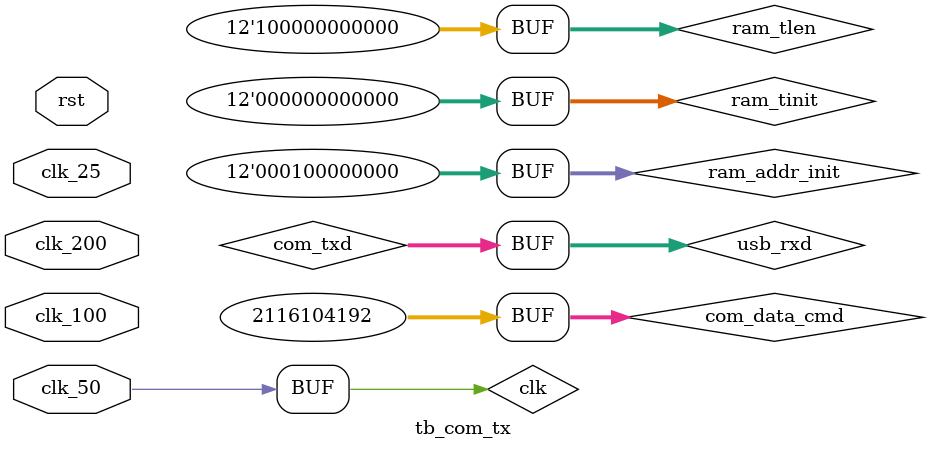
<source format=v>
module tb_com_tx(
    input clk_25,
    input clk_50,
    input clk_100, 
    input clk_200,
    input rst
);

    wire clk;

    localparam BAG_INIT = 4'b0000; 
    localparam BAG_ACK = 4'b0001, BAG_NAK = 4'b0010, BAG_STL = 4'b0011;
    localparam BAG_DLINK = 4'b1000, BAG_DTYPE = 4'b1001, BAG_DTEMP = 4'b1010;
    localparam BAG_DATA0 = 4'b1101, BAG_DATA1 = 4'b1110;

    reg [7:0] state, next_state;
    localparam IDLE = 8'h00, WAIT = 8'h02, RAM_TX = 8'h03;
    localparam COM_IDLE = 8'h10;
    localparam ACK_IDLE = 8'h20, ACK_WORK = 8'h21, ACK_DONE = 8'h22;
    localparam ACK_WAIT = 8'h23, ACK_READ = 8'h24;
    localparam NAK_IDLE = 8'h30, NAK_WORK = 8'h31, NAK_DONE = 8'h32;
    localparam NAK_WAIT = 8'h33, NAK_READ = 8'h34;
    localparam STL_IDLE = 8'h40, STL_WORK = 8'h41, STL_DONE = 8'h42;
    localparam STL_WAIT = 8'h43, STL_READ = 8'h44;
    localparam DLINK_IDLE = 8'h50, DLINK_WORK = 8'h51, DLINK_DONE = 8'h52;
    localparam DLINK_WAIT = 8'h53, DLINK_READ = 8'h54;
    localparam DTYPE_IDLE = 8'h60, DTYPE_WORK = 8'h61, DTYPE_DONE = 8'h62;
    localparam DTYPE_WAIT = 8'h63, DTYPE_READ = 8'h64;
    localparam DTEMP_IDLE = 8'h70, DTEMP_WORK = 8'h71, DTEMP_DONE = 8'h72;
    localparam DTEMP_WAIT = 8'h73, DTEMP_READ = 8'h74;
    localparam DATA0_IDLE = 8'h80, DATA0_WORK = 8'h81, DATA0_DONE = 8'h82;
    localparam DATA0_WAIT = 8'h83, DATA0_READ = 8'h84;
    localparam DATA1_IDLE = 8'h90, DATA1_WORK = 8'h91, DATA1_DONE = 8'h92;
    localparam DATA1_WAIT = 8'h93, DATA1_READ = 8'h94;

    wire fs_com_tx, fd_com_tx;
    wire fs_usb_rx, fd_usb_rx;
    wire fs_init, fd_init;
    wire fs_type, fd_type;
    wire fs_conf, fd_conf;
    wire fs_conv, fd_conv;
    wire fs_tran, fd_tran;

    reg [3:0] tx_btype;
    wire [11:0] ram_tinit, ram_tlen;
    reg [11:0] ram_rinit, ram_rlen;

    wire [7:0] ram_rxd, ram_txd;
    wire [11:0] ram_rxa, ram_txa;
    wire ram_txen;
    wire [11:0] ram_addr_init;
    wire [7:0] com_txd;
    wire [31:0] com_data_cmd;
    wire [31:0] com_data_stat;

    reg [11:0] ram_dlen; // 

    wire [7:0] usb_rxd;
    wire [3:0] usb_rx_btype;
    wire [31:0] usb_data_stat;
    wire [7:0] usb_ram_txd;
    wire [11:0] usb_ram_txa;
    wire usb_ram_txen;

    wire [7:0] fifo_rxen;
    wire [63:0] fifo_rxd;

    assign clk = clk_50;
    assign fs_tran = (state[3:0] == ACK_WORK[3:0]);
    assign fs_com_tx = (state[3:0] == ACK_WORK[3:0]);
    assign fd_usb_rx = (state[3:0] == ACK_READ[3:0]);
    assign fs_type = (state == DTYPE_IDLE);
    assign fs_conf = (state == DTEMP_IDLE);
    assign fs_conv = (state == DATA0_IDLE) || (state == DATA1_IDLE);

    assign ram_addr_init = 12'h100;

    assign ram_tinit = 12'h000;
    assign ram_tlen = 12'h800;
    assign usb_rxd = com_txd;
    assign com_data_cmd = 32'h7E213000;

    always@(posedge clk or posedge rst) begin
        if(rst) state <= IDLE;
        else state <= next_state;
    end
    
    always@(*) begin
        case(state)
            IDLE: next_state <= WAIT;
            WAIT: next_state <= COM_IDLE;

            COM_IDLE: next_state <= ACK_IDLE;

            ACK_IDLE: next_state <= ACK_WORK;
            ACK_WORK: begin
                if(fd_com_tx) next_state <= ACK_WAIT;
                else next_state <= ACK_WORK;
            end
            ACK_WAIT: begin
                if(fs_usb_rx) next_state <= ACK_READ;
                else next_state <= ACK_WAIT;
            end
            ACK_READ: begin
                if(~fs_usb_rx) next_state <= ACK_DONE;
                else next_state <= ACK_READ;
            end
            ACK_DONE: next_state <= NAK_IDLE;

            NAK_IDLE: next_state <= NAK_WORK;
            NAK_WORK: begin
                if(fd_com_tx) next_state <= NAK_WAIT;
                else next_state <= NAK_WORK;
            end
            NAK_WAIT: begin
                if(fs_usb_rx) next_state <= NAK_READ;
                else next_state <= NAK_WAIT;
            end
            NAK_READ: begin
                if(~fs_usb_rx) next_state <= NAK_DONE;
                else next_state <= NAK_READ;
            end
            NAK_DONE: next_state <= STL_IDLE;

            STL_IDLE: next_state <= STL_WORK;
            STL_WORK: begin
                if(fd_com_tx) next_state <= STL_WAIT;
                else next_state <= STL_WORK;
            end
            STL_WAIT: begin
                if(fs_usb_rx) next_state <= STL_READ;
                else next_state <= STL_WAIT;
            end
            STL_READ: begin
                if(~fs_usb_rx) next_state <= STL_DONE;
                else next_state <= STL_READ;
            end
            STL_DONE: next_state <= DLINK_IDLE;

            DLINK_IDLE: next_state <= DLINK_WORK;
            DLINK_WORK: begin
                if(fd_com_tx) next_state <= DLINK_WAIT;
                else next_state <= DLINK_WORK;
            end
            DLINK_WAIT: begin
                if(fs_usb_rx) next_state <= DLINK_READ;
                else next_state <= DLINK_WAIT;
            end
            DLINK_READ: begin
                if(~fs_usb_rx) next_state <= DLINK_DONE;
                else next_state <= DLINK_READ;
            end
            DLINK_DONE: next_state <= DTYPE_IDLE;

            DTYPE_IDLE: begin
                if(fd_type) next_state <= DTYPE_WORK;
                else next_state <= DTYPE_IDLE;
            end
            DTYPE_WORK: begin
                if(fd_com_tx) next_state <= DTYPE_WAIT;
                else next_state <= DTYPE_WORK;
            end
            DTYPE_WAIT: begin
                if(fs_usb_rx) next_state <= DTYPE_READ;
                else next_state <= DTYPE_WAIT;
            end
            DTYPE_READ: begin
                if(~fs_usb_rx) next_state <= DTYPE_DONE;
                else next_state <= DTYPE_READ;
            end
            DTYPE_DONE: next_state <= DTEMP_IDLE;

            DTEMP_IDLE: begin
                if(fd_conf) next_state <= DTEMP_WORK;
                else next_state <= DTEMP_IDLE;
            end
            DTEMP_WORK: begin
                if(fd_com_tx) next_state <= DTEMP_WAIT;
                else next_state <= DTEMP_WORK;
            end
            DTEMP_WAIT: begin
                if(fs_usb_rx) next_state <= DTEMP_READ;
                else next_state <= DTEMP_WAIT;
            end
            DTEMP_READ: begin
                if(~fs_usb_rx) next_state <= DTEMP_DONE;
                else next_state <= DTEMP_READ;
            end
            DTEMP_DONE: next_state <= DATA0_IDLE;

            DATA0_IDLE: begin
                if(fd_conv) next_state <= DATA0_WORK;
                else next_state <= DATA0_IDLE;
            end
            DATA0_WORK: begin
                if(fd_com_tx && fd_tran) next_state <= DATA0_WAIT;
                else next_state <= DATA0_WORK;
            end
            DATA0_WAIT: begin
                if(fs_usb_rx) next_state <= DATA0_READ;
                else next_state <= DATA0_WAIT;
            end
            DATA0_READ: begin
                if(~fs_usb_rx) next_state <= DATA0_DONE;
                else next_state <= DATA0_READ;
            end
            DATA0_DONE: next_state <= DATA1_IDLE;

            DATA1_IDLE: begin
                if(fd_conv) next_state <= DATA1_WORK;
                else next_state <= DATA1_IDLE;
            end
            DATA1_WORK: begin
                if(fd_com_tx && fd_tran) next_state <= DATA1_WAIT;
                else next_state <= DATA1_WORK;
            end
            DATA1_WAIT: begin
                if(fs_usb_rx) next_state <= DATA1_READ;
                else next_state <= DATA1_WAIT;
            end
            DATA1_READ: begin
                if(~fs_usb_rx) next_state <= DATA1_DONE;
                else next_state <= DATA1_READ;
            end
            DATA1_DONE: next_state <= COM_IDLE;
            
            default: next_state <= IDLE;
        endcase
    end

    always@(posedge clk or posedge rst) begin
        if(rst) ram_rinit <= 12'h000;
        else if(state == IDLE) ram_rinit <= 12'h000;
        else if(state == WAIT) ram_rinit <= 12'h000;
        else if(state == COM_IDLE) ram_rinit <= 12'h10;
        else ram_rinit <= ram_rinit;
    end

    always@(posedge clk or posedge rst) begin
        if(rst) ram_rlen <= 12'h000;
        else if(state == IDLE) ram_rlen <= 12'h000;
        else if(state == WAIT) ram_rlen <= 12'h000;
        else if(state == DLINK_IDLE) ram_rlen <= 12'h02;
        else if(state == DTYPE_IDLE) ram_rlen <= 12'h02;
        else if(state == DTEMP_IDLE) ram_rlen <= 12'h02;
        else if(state == DATA0_IDLE) ram_rlen <= 12'h200;
        else if(state == DATA1_IDLE) ram_rlen <= 12'h200;
        else ram_rlen <= ram_rlen;
    end

    always@(posedge clk or posedge rst) begin
        if(rst) tx_btype <= BAG_INIT;
        else if(state == IDLE) tx_btype <= BAG_INIT;
        else if(state == WAIT) tx_btype <= BAG_INIT;
        else if(state == ACK_IDLE) tx_btype <= BAG_ACK;
        else if(state == NAK_IDLE) tx_btype <= BAG_NAK;
        else if(state == STL_IDLE) tx_btype <= BAG_STL;
        else if(state == DLINK_IDLE) tx_btype <= BAG_DLINK;
        else if(state == DTYPE_IDLE) tx_btype <= BAG_DTYPE;
        else if(state == DTEMP_IDLE) tx_btype <= BAG_DTEMP;
        else if(state == DATA0_IDLE) tx_btype <= BAG_DATA0;
        else if(state == DATA1_IDLE) tx_btype <= BAG_DATA1;
        else tx_btype <= tx_btype;
    end

    always@(posedge clk or posedge rst) begin
        if(rst) ram_dlen <= 12'h000;
        else if(state == IDLE) ram_dlen <= 12'h000;
        else if(state == WAIT) ram_dlen <= 12'h000;
        else if(state == DLINK_IDLE) ram_dlen <= 12'h002;
        else if(state == DTYPE_IDLE) ram_dlen <= 12'h002;
        else if(state == DTEMP_IDLE) ram_dlen <= 12'h002;
        else if(state == DATA0_IDLE) ram_dlen <= 12'h202;
        else if(state == DATA1_IDLE) ram_dlen <= 12'h202;
        else ram_dlen <= ram_dlen;
    end


    usb_rx
    usb_rx_dut(
        .clk(clk_50),
        .rst(rst),

        .fs(fs_usb_rx),
        .fd(fd_usb_rx),

        .usb_rxd(usb_rxd),
        .btype(usb_rx_btype),
        .data_stat(usb_data_stat),

        .ram_txa_init(12'h100),

        .ram_txa(usb_ram_txa),
        .ram_txd(usb_ram_txd),
        .ram_txen(usb_ram_txen)
    );


    com_tx
    com_tx_dut(
        .clk(clk_50),
        .rst(rst),

        .fs(fs_com_tx),
        .fd(fd_com_tx),

        .com_txd(com_txd),
        .ram_init(ram_addr_init),
        .ram_rlen(ram_dlen),

        .btype(tx_btype),

        .ram_rxa(ram_rxa),
        .ram_rxd(ram_rxd)
    );
    

    adc_test
    adc_test_dut(
        .clk(clk_50),
        .fifo_txc(clk_50),
        .fifo_rxc(clk_100),

        .rst(rst),

        .fs_init(fs_init),
        .fs_type(fs_type),
        .fs_conf(fs_conf),
        .fs_conv(fs_conv),
        .fd_init(fd_init),
        .fd_type(fd_type),
        .fd_conf(fd_conf),
        .fd_conv(fd_conv),

        .data_cmd(com_data_cmd),
        .data_stat(com_data_stat),

        .fifo_rxen(fifo_rxen),
        .fifo_rxd(fifo_rxd)
    );

    data_make
    data_make_dut(
        .clk(clk_100),
        .rst(rst),

        .fs(fs_tran),
        .fd(fd_tran),

        .btype(tx_btype),
        .ram_data_init(ram_addr_init),

        .data_cmd(com_data_cmd),
        .data_stat(com_data_stat),

        .fifo_rxen(fifo_rxen),
        .fifo_rxd(fifo_rxd),

        .ram_txa(ram_txa),
        .ram_txd(ram_txd),
        .ram_txen(ram_txen)
    );

    ram_data
    ram_data_dut(
        .clka(clk_100),
        .addra(ram_txa),
        .dina(ram_txd),
        .wea(ram_txen),

        .clkb(clk_50),
        .addrb(ram_rxa),
        .doutb(ram_rxd)
    );









endmodule
</source>
